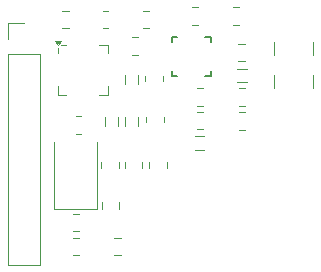
<source format=gbr>
%TF.GenerationSoftware,KiCad,Pcbnew,8.0.8*%
%TF.CreationDate,2025-04-03T17:01:25+02:00*%
%TF.ProjectId,nrf24small,6e726632-3473-46d6-916c-6c2e6b696361,rev?*%
%TF.SameCoordinates,Original*%
%TF.FileFunction,Legend,Top*%
%TF.FilePolarity,Positive*%
%FSLAX46Y46*%
G04 Gerber Fmt 4.6, Leading zero omitted, Abs format (unit mm)*
G04 Created by KiCad (PCBNEW 8.0.8) date 2025-04-03 17:01:25*
%MOMM*%
%LPD*%
G01*
G04 APERTURE LIST*
%ADD10C,0.120000*%
%ADD11C,0.152400*%
G04 APERTURE END LIST*
D10*
%TO.C,L7*%
X35836811Y-20949569D02*
X35037567Y-20949569D01*
X35836811Y-22069569D02*
X35037567Y-22069569D01*
D11*
%TO.C,U2*%
X29490245Y-18296800D02*
X29490245Y-18738059D01*
X29490245Y-21157541D02*
X29490245Y-21598800D01*
X29490245Y-21598800D02*
X29931504Y-21598800D01*
X29931504Y-18296800D02*
X29490245Y-18296800D01*
X32350986Y-21598800D02*
X32792245Y-21598800D01*
X32792245Y-18296800D02*
X32350986Y-18296800D01*
X32792245Y-18738059D02*
X32792245Y-18296800D01*
X32792245Y-21598800D02*
X32792245Y-21157541D01*
D10*
%TO.C,C17*%
X35677940Y-18875815D02*
X35155436Y-18875815D01*
X35677940Y-20345815D02*
X35155436Y-20345815D01*
%TO.C,R6*%
X27342995Y-25502418D02*
X27342995Y-25048290D01*
X28812995Y-25502418D02*
X28812995Y-25048290D01*
%TO.C,C4*%
X20766011Y-16067819D02*
X20243507Y-16067819D01*
X20766011Y-17537819D02*
X20243507Y-17537819D01*
%TO.C,L2*%
X25548385Y-25854034D02*
X25548385Y-25054790D01*
X26668385Y-25854034D02*
X26668385Y-25054790D01*
%TO.C,C14*%
X31605436Y-24630119D02*
X32127940Y-24630119D01*
X31605436Y-26100119D02*
X32127940Y-26100119D01*
%TO.C,C7*%
X23542921Y-29358819D02*
X23542921Y-28836315D01*
X25012921Y-29358819D02*
X25012921Y-28836315D01*
%TO.C,C10*%
X27614780Y-16067819D02*
X27092276Y-16067819D01*
X27614780Y-17537819D02*
X27092276Y-17537819D01*
%TO.C,C13*%
X31605436Y-22630119D02*
X32127940Y-22630119D01*
X31605436Y-24100119D02*
X32127940Y-24100119D01*
%TO.C,C11*%
X31188748Y-15765000D02*
X31711252Y-15765000D01*
X31188748Y-17235000D02*
X31711252Y-17235000D01*
%TO.C,R1*%
X23681574Y-16057567D02*
X24135702Y-16057567D01*
X23681574Y-17527567D02*
X24135702Y-17527567D01*
%TO.C,C3*%
X21158943Y-35270044D02*
X21681447Y-35270044D01*
X21158943Y-36740044D02*
X21681447Y-36740044D01*
%TO.C,C15*%
X35196438Y-24645681D02*
X35718942Y-24645681D01*
X35196438Y-26115681D02*
X35718942Y-26115681D01*
%TO.C,U1*%
X19860195Y-19657958D02*
X19860195Y-19172958D01*
X19860195Y-23152958D02*
X19860195Y-22427958D01*
X20585195Y-18932958D02*
X20160195Y-18932958D01*
X20585195Y-23152958D02*
X19860195Y-23152958D01*
X23355195Y-18932958D02*
X24080195Y-18932958D01*
X23355195Y-23152958D02*
X24080195Y-23152958D01*
X24080195Y-18932958D02*
X24080195Y-19657958D01*
X24080195Y-23152958D02*
X24080195Y-22427958D01*
X19860195Y-18932958D02*
X19620195Y-18602958D01*
X20100195Y-18602958D01*
X19860195Y-18932958D01*
G36*
X19860195Y-18932958D02*
G01*
X19620195Y-18602958D01*
X20100195Y-18602958D01*
X19860195Y-18932958D01*
G37*
%TO.C,R2*%
X21812403Y-24991701D02*
X21358275Y-24991701D01*
X21812403Y-26461701D02*
X21358275Y-26461701D01*
%TO.C,C8*%
X25542921Y-29358819D02*
X25542921Y-28836315D01*
X27012921Y-29358819D02*
X27012921Y-28836315D01*
%TO.C,C9*%
X26662368Y-18322794D02*
X26139864Y-18322794D01*
X26662368Y-19792794D02*
X26139864Y-19792794D01*
%TO.C,Y1*%
X19570195Y-27131930D02*
X19570195Y-32881930D01*
X19570195Y-32881930D02*
X23170195Y-32881930D01*
X23170195Y-32881930D02*
X23170195Y-27131930D01*
%TO.C,L4*%
X25560651Y-21497851D02*
X25560651Y-22297095D01*
X26680651Y-21497851D02*
X26680651Y-22297095D01*
%TO.C,C6*%
X21681447Y-33246930D02*
X21158943Y-33246930D01*
X21681447Y-34716930D02*
X21158943Y-34716930D01*
%TO.C,R4*%
X27262261Y-21595160D02*
X27262261Y-22049288D01*
X28732261Y-21595160D02*
X28732261Y-22049288D01*
%TO.C,J2*%
X15670000Y-17130000D02*
X17000000Y-17130000D01*
X15670000Y-18460000D02*
X15670000Y-17130000D01*
X15670000Y-19730000D02*
X15670000Y-37570000D01*
X15670000Y-19730000D02*
X18330000Y-19730000D01*
X15670000Y-37570000D02*
X18330000Y-37570000D01*
X18330000Y-19730000D02*
X18330000Y-37570000D01*
%TO.C,L3*%
X23848385Y-25854034D02*
X23848385Y-25054790D01*
X24968385Y-25854034D02*
X24968385Y-25054790D01*
%TO.C,C16*%
X35188748Y-22630119D02*
X35711252Y-22630119D01*
X35188748Y-24100119D02*
X35711252Y-24100119D01*
%TO.C,C12*%
X34688748Y-15765000D02*
X35211252Y-15765000D01*
X34688748Y-17235000D02*
X35211252Y-17235000D01*
%TO.C,C5*%
X23558667Y-32293124D02*
X23558667Y-32815628D01*
X25028667Y-32293124D02*
X25028667Y-32815628D01*
%TO.C,L5*%
X32256057Y-26692339D02*
X31456813Y-26692339D01*
X32256057Y-27812339D02*
X31456813Y-27812339D01*
%TO.C,C1*%
X24653613Y-35265000D02*
X25176117Y-35265000D01*
X24653613Y-36735000D02*
X25176117Y-36735000D01*
%TO.C,J1*%
X38175366Y-19808667D02*
X38175366Y-18698667D01*
X38175366Y-22598667D02*
X38175366Y-21488667D01*
X41425366Y-19808667D02*
X41425366Y-18698667D01*
X41425366Y-22598667D02*
X41425366Y-21488667D01*
%TO.C,R5*%
X27590158Y-28879106D02*
X27590158Y-29333234D01*
X29060158Y-28879106D02*
X29060158Y-29333234D01*
%TD*%
M02*

</source>
